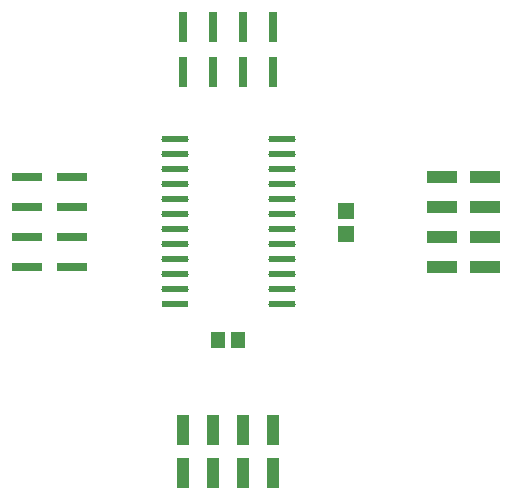
<source format=gbr>
%TF.GenerationSoftware,Altium Limited,Altium Designer,22.2.1 (43)*%
G04 Layer_Color=255*
%FSLAX43Y43*%
%MOMM*%
%TF.SameCoordinates,12936C2D-F9F3-4D5E-B855-D0F9E265F173*%
%TF.FilePolarity,Positive*%
%TF.FileFunction,Pads,Bot*%
%TF.Part,Single*%
G01*
G75*
%TA.AperFunction,SMDPad,CuDef*%
%ADD14R,0.800X2.500*%
%ADD15R,2.500X0.800*%
%ADD16R,2.500X1.000*%
%ADD17R,1.000X2.500*%
G04:AMPARAMS|DCode=18|XSize=2.298mm|YSize=0.567mm|CornerRadius=0.283mm|HoleSize=0mm|Usage=FLASHONLY|Rotation=0.000|XOffset=0mm|YOffset=0mm|HoleType=Round|Shape=RoundedRectangle|*
%AMROUNDEDRECTD18*
21,1,2.298,0.000,0,0,0.0*
21,1,1.731,0.567,0,0,0.0*
1,1,0.567,0.865,0.000*
1,1,0.567,-0.865,0.000*
1,1,0.567,-0.865,0.000*
1,1,0.567,0.865,0.000*
%
%ADD18ROUNDEDRECTD18*%
%ADD19R,2.298X0.567*%
%ADD20R,1.300X1.450*%
%ADD21R,1.450X1.350*%
D14*
X24190Y44040D02*
D03*
X26730D02*
D03*
X24190Y40210D02*
D03*
X26730D02*
D03*
X29270Y44040D02*
D03*
X31810D02*
D03*
X29270Y40210D02*
D03*
X31810D02*
D03*
D15*
X14790Y31310D02*
D03*
Y28770D02*
D03*
X10960Y31310D02*
D03*
Y28770D02*
D03*
X14790Y26230D02*
D03*
Y23690D02*
D03*
X10960Y26230D02*
D03*
Y23690D02*
D03*
D16*
X46080Y31310D02*
D03*
Y28770D02*
D03*
X49780Y31310D02*
D03*
Y28770D02*
D03*
Y23690D02*
D03*
X46080D02*
D03*
X49780Y26230D02*
D03*
X46080D02*
D03*
D17*
X26730Y9920D02*
D03*
Y6220D02*
D03*
X24190Y9920D02*
D03*
Y6220D02*
D03*
X29270D02*
D03*
X31810D02*
D03*
X29270Y9920D02*
D03*
X31810D02*
D03*
D18*
X32528Y20515D02*
D03*
Y21785D02*
D03*
Y23055D02*
D03*
Y24325D02*
D03*
Y25595D02*
D03*
Y26865D02*
D03*
Y28135D02*
D03*
Y29405D02*
D03*
Y30675D02*
D03*
Y31945D02*
D03*
Y33215D02*
D03*
Y34485D02*
D03*
X23472D02*
D03*
Y33215D02*
D03*
Y31945D02*
D03*
Y30675D02*
D03*
Y29405D02*
D03*
Y28135D02*
D03*
Y26865D02*
D03*
Y25595D02*
D03*
Y24325D02*
D03*
Y23055D02*
D03*
Y21785D02*
D03*
D19*
Y20515D02*
D03*
D20*
X28825Y17500D02*
D03*
X27175D02*
D03*
D21*
X38000Y26500D02*
D03*
Y28450D02*
D03*
%TF.MD5,62df7c2fb984862a25a7457c352b17a3*%
M02*

</source>
